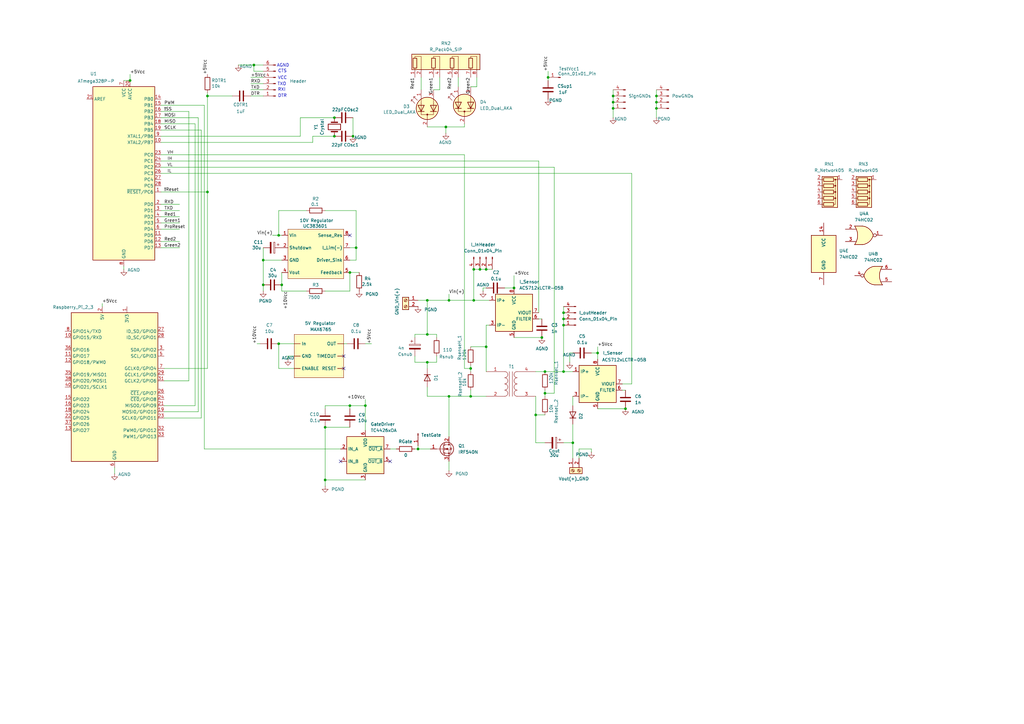
<source format=kicad_sch>
(kicad_sch (version 20250114) (generator "eeschema") (generator_version "9.0")
  (paper "A3")
  (lib_symbols
    (symbol "74xx:74HC02" (pin_names (offset 1.016))
      (property "Reference" "U" (at 0 1.27 0))
      (property "Value" "74HC02" (at 0 -1.27 0))
      (symbol "74HC02_1_1"
        (pin input line (at -7.62 2.54 0) (length 4.318) (name "~") (number "2"))
        (pin input line (at -7.62 -2.54 0) (length 4.318) (name "~") (number "3"))
        (pin output inverted (at 7.62 0 180) (length 3.81) (name "~") (number "1"))
      )
      (symbol "74HC02_1_2"
        (pin input inverted (at -7.62 2.54 0) (length 3.81) (name "~") (number "2"))
        (pin input inverted (at -7.62 -2.54 0) (length 3.81) (name "~") (number "3"))
        (pin output line (at 7.62 0 180) (length 3.81) (name "~") (number "1"))
      )
      (symbol "74HC02_2_1"
        (pin input line (at -7.62 2.54 0) (length 4.318) (name "~") (number "5"))
        (pin input line (at -7.62 -2.54 0) (length 4.318) (name "~") (number "6"))
        (pin output inverted (at 7.62 0 180) (length 3.81) (name "~") (number "4"))
      )
      (symbol "74HC02_2_2"
        (pin input inverted (at -7.62 2.54 0) (length 3.81) (name "~") (number "5"))
        (pin input inverted (at -7.62 -2.54 0) (length 3.81) (name "~") (number "6"))
        (pin output line (at 7.62 0 180) (length 3.81) (name "~") (number "4"))
      )
      (symbol "74HC02_3_1"
        (pin input line (at -7.62 2.54 0) (length 4.318) (name "~") (number "8"))
        (pin input line (at -7.62 -2.54 0) (length 4.318) (name "~") (number "9"))
        (pin output inverted (at 7.62 0 180) (length 3.81) (name "~") (number "10"))
      )
      (symbol "74HC02_3_2"
        (pin input inverted (at -7.62 2.54 0) (length 3.81) (name "~") (number "8"))
        (pin input inverted (at -7.62 -2.54 0) (length 3.81) (name "~") (number "9"))
        (pin output line (at 7.62 0 180) (length 3.81) (name "~") (number "10"))
      )
      (symbol "74HC02_4_1"
        (pin input line (at -7.62 2.54 0) (length 4.318) (name "~") (number "11"))
        (pin input line (at -7.62 -2.54 0) (length 4.318) (name "~") (number "12"))
        (pin output inverted (at 7.62 0 180) (length 3.81) (name "~") (number "13"))
      )
      (symbol "74HC02_4_2"
        (pin input inverted (at -7.62 2.54 0) (length 3.81) (name "~") (number "11"))
        (pin input inverted (at -7.62 -2.54 0) (length 3.81) (name "~") (number "12"))
        (pin output line (at 7.62 0 180) (length 3.81) (name "~") (number "13"))
      )
      (symbol "74HC02_5_0"
        (pin power_in line (at 0 12.7 270) (length 5.08) (name "VCC") (number "14"))
        (pin power_in line (at 0 -12.7 90) (length 5.08) (name "GND") (number "7"))
      )
    )
    (symbol "Connector:Conn_01x01_Pin" (pin_names (offset 1.016) (hide yes))
      (property "Reference" "J" (at 0 2.54 0))
      (property "Value" "Conn_01x01_Pin" (at 0 -2.54 0))
      (symbol "Conn_01x01_Pin_1_1"
        (pin passive line (at 5.08 0 180) (length 3.81) (name "Pin_1") (number "1"))
      )
    )
    (symbol "Connector:Conn_01x04_Pin" (pin_names (offset 1.016) (hide yes))
      (property "Reference" "J" (at 0 5.08 0))
      (property "Value" "Conn_01x04_Pin" (at 0 -7.62 0))
      (symbol "Conn_01x04_Pin_1_1"
        (pin passive line (at 5.08 2.54 180) (length 3.81) (name "Pin_1") (number "1"))
        (pin passive line (at 5.08 0 180) (length 3.81) (name "Pin_2") (number "2"))
        (pin passive line (at 5.08 -2.54 180) (length 3.81) (name "Pin_3") (number "3"))
        (pin passive line (at 5.08 -5.08 180) (length 3.81) (name "Pin_4") (number "4"))
      )
    )
    (symbol "Connector:Raspberry_Pi_2_3"
      (property "Reference" "J" (at -17.78 31.75 0))
      (property "Value" "Raspberry_Pi_2_3" (at 10.16 -31.75 0))
      (symbol "Raspberry_Pi_2_3_1_1"
        (pin bidirectional line (at -20.32 22.86 0) (length 2.54) (name "GPIO14/TXD") (number "8"))
        (pin bidirectional line (at -20.32 20.32 0) (length 2.54) (name "GPIO15/RXD") (number "10"))
        (pin bidirectional line (at -20.32 15.24 0) (length 2.54) (name "GPIO16") (number "36"))
        (pin bidirectional line (at -20.32 12.7 0) (length 2.54) (name "GPIO17") (number "11"))
        (pin bidirectional line (at -20.32 10.16 0) (length 2.54) (name "GPIO18/PWM0") (number "12"))
        (pin bidirectional line (at -20.32 5.08 0) (length 2.54) (name "GPIO19/MISO1") (number "35"))
        (pin bidirectional line (at -20.32 2.54 0) (length 2.54) (name "GPIO20/MOSI1") (number "38"))
        (pin bidirectional line (at -20.32 0 0) (length 2.54) (name "GPIO21/SCLK1") (number "40"))
        (pin bidirectional line (at -20.32 -5.08 0) (length 2.54) (name "GPIO22") (number "15"))
        (pin bidirectional line (at -20.32 -7.62 0) (length 2.54) (name "GPIO23") (number "16"))
        (pin bidirectional line (at -20.32 -10.16 0) (length 2.54) (name "GPIO24") (number "18"))
        (pin bidirectional line (at -20.32 -12.7 0) (length 2.54) (name "GPIO25") (number "22"))
        (pin bidirectional line (at -20.32 -15.24 0) (length 2.54) (name "GPIO26") (number "37"))
        (pin bidirectional line (at -20.32 -17.78 0) (length 2.54) (name "GPIO27") (number "13"))
        (pin power_in line (at -5.08 33.02 270) (length 2.54) (name "5V") (number "2"))
        (pin passive line (at -5.08 33.02 270) (length 2.54) (hide yes) (name "5V") (number "4"))
        (pin passive line (at 0 -33.02 90) (length 2.54) (hide yes) (name "GND") (number "14"))
        (pin passive line (at 0 -33.02 90) (length 2.54) (hide yes) (name "GND") (number "20"))
        (pin passive line (at 0 -33.02 90) (length 2.54) (hide yes) (name "GND") (number "25"))
        (pin passive line (at 0 -33.02 90) (length 2.54) (hide yes) (name "GND") (number "30"))
        (pin passive line (at 0 -33.02 90) (length 2.54) (hide yes) (name "GND") (number "34"))
        (pin passive line (at 0 -33.02 90) (length 2.54) (hide yes) (name "GND") (number "39"))
        (pin power_in line (at 0 -33.02 90) (length 2.54) (name "GND") (number "6"))
        (pin passive line (at 0 -33.02 90) (length 2.54) (hide yes) (name "GND") (number "9"))
        (pin power_in line (at 5.08 33.02 270) (length 2.54) (name "3V3") (number "1"))
        (pin passive line (at 5.08 33.02 270) (length 2.54) (hide yes) (name "3V3") (number "17"))
        (pin bidirectional line (at 20.32 22.86 180) (length 2.54) (name "ID_SD/GPIO0") (number "27"))
        (pin bidirectional line (at 20.32 20.32 180) (length 2.54) (name "ID_SC/GPIO1") (number "28"))
        (pin bidirectional line (at 20.32 15.24 180) (length 2.54) (name "SDA/GPIO2") (number "3"))
        (pin bidirectional line (at 20.32 12.7 180) (length 2.54) (name "SCL/GPIO3") (number "5"))
        (pin bidirectional line (at 20.32 7.62 180) (length 2.54) (name "GCLK0/GPIO4") (number "7"))
        (pin bidirectional line (at 20.32 5.08 180) (length 2.54) (name "GCLK1/GPIO5") (number "29"))
        (pin bidirectional line (at 20.32 2.54 180) (length 2.54) (name "GCLK2/GPIO6") (number "31"))
        (pin bidirectional line (at 20.32 -2.54 180) (length 2.54) (name "~{CE1}/GPIO7") (number "26"))
        (pin bidirectional line (at 20.32 -5.08 180) (length 2.54) (name "~{CE0}/GPIO8") (number "24"))
        (pin bidirectional line (at 20.32 -7.62 180) (length 2.54) (name "MISO0/GPIO9") (number "21"))
        (pin bidirectional line (at 20.32 -10.16 180) (length 2.54) (name "MOSI0/GPIO10") (number "19"))
        (pin bidirectional line (at 20.32 -12.7 180) (length 2.54) (name "SCLK0/GPIO11") (number "23"))
        (pin bidirectional line (at 20.32 -17.78 180) (length 2.54) (name "PWM0/GPIO12") (number "32"))
        (pin bidirectional line (at 20.32 -20.32 180) (length 2.54) (name "PWM1/GPIO13") (number "33"))
      )
    )
    (symbol "Connector:Screw_Terminal_01x02" (pin_names (offset 1.016) (hide yes))
      (property "Reference" "J" (at 0 2.54 0))
      (property "Value" "Screw_Terminal_01x02" (at 0 -5.08 0))
      (symbol "Screw_Terminal_01x02_1_1"
        (pin passive line (at -5.08 0 0) (length 3.81) (name "Pin_1") (number "1"))
        (pin passive line (at -5.08 -2.54 0) (length 3.81) (name "Pin_2") (number "2"))
      )
    )
    (symbol "Device:C" (pin_numbers (hide yes)) (pin_names (offset 0.254))
      (property "Reference" "C" (at 0.635 2.54 0))
      (property "Value" "C" (at 0.635 -2.54 0))
      (symbol "C_1_1"
        (pin passive line (at 0 3.81 270) (length 2.794) (name "~") (number "1"))
        (pin passive line (at 0 -3.81 90) (length 2.794) (name "~") (number "2"))
      )
    )
    (symbol "Device:C_Polarized" (pin_numbers (hide yes)) (pin_names (offset 0.254))
      (property "Reference" "C" (at 0.635 2.54 0))
      (property "Value" "C_Polarized" (at 0.635 -2.54 0))
      (symbol "C_Polarized_1_1"
        (pin passive line (at 0 3.81 270) (length 2.794) (name "~") (number "1"))
        (pin passive line (at 0 -3.81 90) (length 2.794) (name "~") (number "2"))
      )
    )
    (symbol "Device:D" (pin_numbers (hide yes)) (pin_names (offset 1.016) (hide yes))
      (property "Reference" "D" (at 0 2.54 0))
      (property "Value" "D" (at 0 -2.54 0))
      (symbol "D_1_1"
        (pin passive line (at -3.81 0 0) (length 2.54) (name "K") (number "1"))
        (pin passive line (at 3.81 0 180) (length 2.54) (name "A") (number "2"))
      )
    )
    (symbol "Device:LED_Dual_AKA" (pin_names (offset 0) (hide yes))
      (property "Reference" "D" (at 0 5.715 0))
      (property "Value" "LED_Dual_AKA" (at 0 -6.35 0))
      (symbol "LED_Dual_AKA_1_1"
        (pin input line (at -7.62 0 0) (length 3.048) (name "K") (number "2"))
        (pin input line (at 7.62 2.54 180) (length 3.81) (name "A1") (number "1"))
        (pin input line (at 7.62 -2.54 180) (length 3.81) (name "A2") (number "3"))
      )
    )
    (symbol "Device:R" (pin_numbers (hide yes)) (pin_names (offset 0))
      (property "Reference" "R" (at 2.032 0 90))
      (property "Value" "R" (at 0 0 90))
      (symbol "R_1_1"
        (pin passive line (at 0 3.81 270) (length 1.27) (name "~") (number "1"))
        (pin passive line (at 0 -3.81 90) (length 1.27) (name "~") (number "2"))
      )
    )
    (symbol "Device:R_Network05" (pin_names (offset 0) (hide yes))
      (property "Reference" "RN" (at -7.62 0 90))
      (property "Value" "R_Network05" (at 7.62 0 90))
      (symbol "R_Network05_1_1"
        (pin passive line (at -5.08 5.08 270) (length 2.54) (name "common") (number "1"))
        (pin passive line (at -5.08 -5.08 90) (length 1.27) (name "R1") (number "2"))
        (pin passive line (at -2.54 -5.08 90) (length 1.27) (name "R2") (number "3"))
        (pin passive line (at 0 -5.08 90) (length 1.27) (name "R3") (number "4"))
        (pin passive line (at 2.54 -5.08 90) (length 1.27) (name "R4") (number "5"))
        (pin passive line (at 5.08 -5.08 90) (length 1.27) (name "R5") (number "6"))
      )
    )
    (symbol "Device:R_Pack04_SIP" (pin_names (offset 0) (hide yes))
      (property "Reference" "RN" (at -15.24 0 90))
      (property "Value" "R_Pack04_SIP" (at 15.24 0 90))
      (symbol "R_Pack04_SIP_1_1"
        (pin passive line (at -12.7 -5.08 90) (length 3.81) (name "R1.1") (number "1"))
        (pin passive line (at -10.16 -5.08 90) (length 3.81) (name "R1.2") (number "2"))
        (pin passive line (at -5.08 -5.08 90) (length 3.81) (name "R2.1") (number "3"))
        (pin passive line (at -2.54 -5.08 90) (length 3.81) (name "R2.2") (number "4"))
        (pin passive line (at 2.54 -5.08 90) (length 3.81) (name "R3.1") (number "5"))
        (pin passive line (at 5.08 -5.08 90) (length 3.81) (name "R3.2") (number "6"))
        (pin passive line (at 10.16 -5.08 90) (length 3.81) (name "R4.1") (number "7"))
        (pin passive line (at 12.7 -5.08 90) (length 3.81) (name "R4.2") (number "8"))
      )
    )
    (symbol "Device:Transformer_1P_1S" (pin_names (offset 1.016) (hide yes))
      (property "Reference" "T" (at 0 6.35 0))
      (property "Value" "Transformer_1P_1S" (at 0 -7.62 0))
      (symbol "Transformer_1P_1S_1_1"
        (pin passive line (at -10.16 5.08 0) (length 7.62) (name "AA") (number "1"))
        (pin passive line (at -10.16 -5.08 0) (length 7.62) (name "AB") (number "2"))
        (pin passive line (at 10.16 5.08 180) (length 7.62) (name "SB") (number "4"))
        (pin passive line (at 10.16 -5.08 180) (length 7.62) (name "SA") (number "3"))
      )
    )
    (symbol "Driver_FET:TC4426xOA"
      (property "Reference" "U" (at -7.62 8.89 0))
      (property "Value" "TC4426xOA" (at 1.27 8.89 0))
      (symbol "TC4426xOA_1_1"
        (pin input line (at -10.16 2.54 0) (length 2.54) (name "IN_A") (number "2"))
        (pin input line (at -10.16 -2.54 0) (length 2.54) (name "IN_B") (number "4"))
        (pin no_connect line (at -7.62 0 0) (length 2.54) (hide yes) (name "NC") (number "1"))
        (pin power_in line (at 0 10.16 270) (length 2.54) (name "VDD") (number "6"))
        (pin power_in line (at 0 -10.16 90) (length 2.54) (name "GND") (number "3"))
        (pin no_connect line (at 7.62 0 180) (length 2.54) (hide yes) (name "NC") (number "8"))
        (pin output line (at 10.16 2.54 180) (length 2.54) (name "~{OUT_A}") (number "7"))
        (pin output line (at 10.16 -2.54 180) (length 2.54) (name "~{OUT_B}") (number "5"))
      )
    )
    (symbol "MCU_Microchip_ATmega:ATmega328P-P"
      (property "Reference" "U" (at -12.7 36.83 0))
      (property "Value" "ATmega328P-P" (at 2.54 -36.83 0))
      (symbol "ATmega328P-P_1_1"
        (pin passive line (at -15.24 30.48 0) (length 2.54) (name "AREF") (number "21"))
        (pin power_in line (at 0 38.1 270) (length 2.54) (name "VCC") (number "7"))
        (pin passive line (at 0 -38.1 90) (length 2.54) (hide yes) (name "GND") (number "22"))
        (pin power_in line (at 0 -38.1 90) (length 2.54) (name "GND") (number "8"))
        (pin power_in line (at 2.54 38.1 270) (length 2.54) (name "AVCC") (number "20"))
        (pin bidirectional line (at 15.24 30.48 180) (length 2.54) (name "PB0") (number "14"))
        (pin bidirectional line (at 15.24 27.94 180) (length 2.54) (name "PB1") (number "15"))
        (pin bidirectional line (at 15.24 25.4 180) (length 2.54) (name "PB2") (number "16"))
        (pin bidirectional line (at 15.24 22.86 180) (length 2.54) (name "PB3") (number "17"))
        (pin bidirectional line (at 15.24 20.32 180) (length 2.54) (name "PB4") (number "18"))
        (pin bidirectional line (at 15.24 17.78 180) (length 2.54) (name "PB5") (number "19"))
        (pin bidirectional line (at 15.24 15.24 180) (length 2.54) (name "XTAL1/PB6") (number "9"))
        (pin bidirectional line (at 15.24 12.7 180) (length 2.54) (name "XTAL2/PB7") (number "10"))
        (pin bidirectional line (at 15.24 7.62 180) (length 2.54) (name "PC0") (number "23"))
        (pin bidirectional line (at 15.24 5.08 180) (length 2.54) (name "PC1") (number "24"))
        (pin bidirectional line (at 15.24 2.54 180) (length 2.54) (name "PC2") (number "25"))
        (pin bidirectional line (at 15.24 0 180) (length 2.54) (name "PC3") (number "26"))
        (pin bidirectional line (at 15.24 -2.54 180) (length 2.54) (name "PC4") (number "27"))
        (pin bidirectional line (at 15.24 -5.08 180) (length 2.54) (name "PC5") (number "28"))
        (pin bidirectional line (at 15.24 -7.62 180) (length 2.54) (name "~{RESET}/PC6") (number "1"))
        (pin bidirectional line (at 15.24 -12.7 180) (length 2.54) (name "PD0") (number "2"))
        (pin bidirectional line (at 15.24 -15.24 180) (length 2.54) (name "PD1") (number "3"))
        (pin bidirectional line (at 15.24 -17.78 180) (length 2.54) (name "PD2") (number "4"))
        (pin bidirectional line (at 15.24 -20.32 180) (length 2.54) (name "PD3") (number "5"))
        (pin bidirectional line (at 15.24 -22.86 180) (length 2.54) (name "PD4") (number "6"))
        (pin bidirectional line (at 15.24 -25.4 180) (length 2.54) (name "PD5") (number "11"))
        (pin bidirectional line (at 15.24 -27.94 180) (length 2.54) (name "PD6") (number "12"))
        (pin bidirectional line (at 15.24 -30.48 180) (length 2.54) (name "PD7") (number "13"))
      )
    )
    (symbol "New_Library:MAX6765"
      (property "Reference" "MAX6765" (at 0 0 0))
      (symbol "MAX6765_1_1"
        (pin input line (at -10.16 -5.08 0) (length 2.54) (name "In") (number ""))
        (pin input line (at -10.16 -10.16 0) (length 2.54) (name "GND") (number ""))
        (pin input line (at -10.16 -15.24 0) (length 2.54) (name "ENABLE") (number ""))
        (pin input line (at 10.16 -5.08 180) (length 2.54) (name "OUT") (number ""))
        (pin input line (at 10.16 -10.16 180) (length 2.54) (name "TIMEOUT") (number ""))
        (pin input line (at 10.16 -15.24 180) (length 2.54) (name "RESET") (number ""))
      )
    )
    (symbol "Regulator:UC2836D"
      (property "Reference" "UC2836D" (at 0 0 0))
      (symbol "UC2836D_1_1"
        (pin input line (at -13.97 -3.81 0) (length 2.54) (name "Vin") (number "1"))
        (pin input line (at -13.97 -8.89 0) (length 2.54) (name "Shutdown") (number "2"))
        (pin output line (at -13.97 -13.97 0) (length 2.54) (name "GND") (number "3"))
        (pin output line (at -13.97 -19.05 0) (length 2.54) (name "Vout") (number "4"))
        (pin unspecified line (at 13.97 -3.81 180) (length 2.54) (name "Sense_Res") (number "8"))
        (pin output line (at 13.97 -8.89 180) (length 2.54) (name "I_Lim(-)") (number "7"))
        (pin input line (at 13.97 -13.97 180) (length 2.54) (name "Driver_Sink") (number "6"))
        (pin input line (at 13.97 -19.05 180) (length 2.54) (name "Feedback") (number "5"))
      )
    )
    (symbol "Sensor_Current:ACS712xLCTR-05B"
      (property "Reference" "U" (at 2.54 11.43 0))
      (property "Value" "ACS712xLCTR-05B" (at 2.54 8.89 0))
      (symbol "ACS712xLCTR-05B_1_1"
        (pin passive line (at -10.16 5.08 0) (length 2.54) (name "IP+") (number "1"))
        (pin passive line (at -10.16 5.08 0) (length 2.54) (hide yes) (name "IP+") (number "2"))
        (pin passive line (at -10.16 -5.08 0) (length 2.54) (name "IP-") (number "3"))
        (pin passive line (at -10.16 -5.08 0) (length 2.54) (hide yes) (name "IP-") (number "4"))
        (pin power_in line (at 0 10.16 270) (length 2.54) (name "VCC") (number "8"))
        (pin power_in line (at 0 -10.16 90) (length 2.54) (name "GND") (number "5"))
        (pin output line (at 10.16 0 180) (length 2.54) (name "VIOUT") (number "7"))
        (pin passive line (at 10.16 -2.54 180) (length 2.54) (name "FILTER") (number "6"))
      )
    )
    (symbol "Transistor_FET:IRF540N" (pin_names (hide yes))
      (property "Reference" "Q" (at 5.08 1.905 0))
      (property "Value" "IRF540N" (at 5.08 0 0))
      (symbol "IRF540N_1_1"
        (pin input line (at -5.08 0 0) (length 2.54) (name "G") (number "1"))
        (pin passive line (at 2.54 5.08 270) (length 2.54) (name "D") (number "2"))
        (pin passive line (at 2.54 -5.08 90) (length 2.54) (name "S") (number "3"))
      )
    )
    (symbol "Xtal_16MHz:Crystal" (pin_numbers (hide yes)) (pin_names (offset 1.016) (hide yes))
      (property "Reference" "Y" (at 0 3.81 0))
      (property "Value" "Crystal" (at 0 -3.81 0))
      (symbol "Crystal_1_1"
        (pin passive line (at -3.81 0 0) (length 1.27) (name "1") (number "1"))
        (pin passive line (at 3.81 0 180) (length 1.27) (name "2") (number "2"))
      )
    )
    (symbol "conn_01x06_male:Conn_01x06_Male" (pin_names (offset 1.016) (hide yes))
      (property "Reference" "HeaderFTDI1" (at -6.35 -1.524 0))
      (property "Value" "Conn_01x06_Male" (at -6.35 -3.8354 0))
      (symbol "Conn_01x06_Male_1_1"
        (pin passive line (at 5.08 5.08 180) (length 3.81) (name "Pin_1") (number "1"))
        (pin passive line (at 5.08 2.54 180) (length 3.81) (name "Pin_2") (number "2"))
        (pin passive line (at 5.08 0 180) (length 3.81) (name "Pin_3") (number "3"))
        (pin passive line (at 5.08 -2.54 180) (length 3.81) (name "Pin_4") (number "4"))
        (pin passive line (at 5.08 -5.08 180) (length 3.81) (name "Pin_5") (number "5"))
        (pin passive line (at 5.08 -7.62 180) (length 3.81) (name "Pin_6") (number "6"))
      )
    )
    (symbol "power:GND" (power) (pin_numbers (hide yes)) (pin_names (offset 0) (hide yes))
      (property "Value" "GND" (at 0 -3.81 0))
      (symbol "GND_1_1"
        (pin power_in line (at 0 0 270) (length 0) (name "~") (number "1"))
      )
    )
  )
  (text "VCC" (at 115.824 32.004 0) (effects (font (size 1.27 1.27))))
  (text "CTS\n" (at 115.824 29.21 0) (effects (font (size 1.27 1.27))))
  (text "TXO\n\n" (at 115.57 35.56 0) (effects (font (size 1.27 1.27))))
  (text "DTR\n" (at 115.824 39.37 0) (effects (font (size 1.27 1.27))))
  (text "RXI\n" (at 115.57 36.83 0) (effects (font (size 1.27 1.27))))
  (text "AGND\n\n" (at 116.078 27.94 0) (effects (font (size 1.27 1.27))))
  (junction (at 175.26 123.19))
  (junction (at 231.14 130.81))
  (junction (at 133.35 175.26))
  (junction (at 269.24 41.91))
  (junction (at 149.86 166.37))
  (junction (at 199.39 110.49))
  (junction (at 143.51 166.37))
  (junction (at 194.31 123.19))
  (junction (at 251.46 39.37))
  (junction (at 175.26 137.16))
  (junction (at 210.82 118.11))
  (junction (at 251.46 41.91))
  (junction (at 196.85 110.49))
  (junction (at 231.14 128.27))
  (junction (at 193.04 151.13))
  (junction (at 182.88 52.07))
  (junction (at 104.14 26.67))
  (junction (at 224.79 31.75))
  (junction (at 245.11 144.78))
  (junction (at 234.95 181.61))
  (junction (at 144.78 55.88))
  (junction (at 115.57 116.84))
  (junction (at 114.3 140.97))
  (junction (at 231.14 152.4))
  (junction (at 171.45 184.15))
  (junction (at 107.95 106.68))
  (junction (at 251.46 44.45))
  (junction (at 231.14 133.35))
  (junction (at 269.24 44.45))
  (junction (at 223.52 161.29))
  (junction (at 175.26 148.59))
  (junction (at 143.51 111.76))
  (junction (at 193.04 162.56))
  (junction (at 85.09 39.37))
  (junction (at 184.15 123.19))
  (junction (at 184.15 162.56))
  (junction (at 194.31 110.49))
  (junction (at 223.52 152.4))
  (junction (at 269.24 39.37))
  (junction (at 107.95 116.84))
  (junction (at 256.54 167.64))
  (junction (at 222.25 138.43))
  (junction (at 146.05 101.6))
  (junction (at 114.3 96.52))
  (junction (at 85.09 78.74))
  (junction (at 53.34 33.02))
  (junction (at 199.39 142.24))
  (junction (at 137.16 55.88))
  (junction (at 137.16 48.26))
  (junction (at 133.35 196.85))
  (junction (at 219.71 170.18))
  (no_connect (at 140.97 151.13))
  (no_connect (at 143.51 96.52))
  (no_connect (at 140.97 146.05))
  (no_connect (at 139.7 189.23))
  (no_connect (at 160.02 189.23))
  (wire (pts (xy 80.01 166.37) (xy 80.01 50.8)))
  (wire (pts (xy 231.14 133.35) (xy 231.14 152.4)))
  (wire (pts (xy 67.31 166.37) (xy 80.01 166.37)))
  (wire (pts (xy 146.05 106.68) (xy 146.05 101.6)))
  (wire (pts (xy 123.19 55.88) (xy 66.04 55.88)))
  (wire (pts (xy 234.95 162.56) (xy 234.95 166.37)))
  (wire (pts (xy 111.76 96.52) (xy 114.3 96.52)))
  (wire (pts (xy 219.71 170.18) (xy 223.52 170.18)))
  (wire (pts (xy 194.31 110.49) (xy 196.85 110.49)))
  (wire (pts (xy 193.04 142.24) (xy 199.39 142.24)))
  (wire (pts (xy 46.99 191.77) (xy 46.99 194.31)))
  (wire (pts (xy 219.71 162.56) (xy 219.71 170.18)))
  (wire (pts (xy 223.52 152.4) (xy 231.14 152.4)))
  (wire (pts (xy 219.71 170.18) (xy 219.71 181.61)))
  (wire (pts (xy 77.47 156.21) (xy 77.47 45.72)))
  (wire (pts (xy 199.39 118.11) (xy 198.12 118.11)))
  (wire (pts (xy 190.5 151.13) (xy 193.04 151.13)))
  (wire (pts (xy 222.25 130.81) (xy 220.98 130.81)))
  (wire (pts (xy 128.27 55.88) (xy 128.27 58.42)))
  (wire (pts (xy 231.14 130.81) (xy 231.14 133.35)))
  (wire (pts (xy 179.07 148.59) (xy 179.07 146.05)))
  (wire (pts (xy 133.35 175.26) (xy 133.35 196.85)))
  (wire (pts (xy 199.39 162.56) (xy 193.04 162.56)))
  (wire (pts (xy 85.09 78.74) (xy 85.09 39.37)))
  (wire (pts (xy 102.87 34.29) (xy 107.95 34.29)))
  (wire (pts (xy 251.46 36.83) (xy 251.46 39.37)))
  (wire (pts (xy 133.35 86.36) (xy 146.05 86.36)))
  (wire (pts (xy 83.82 43.18) (xy 83.82 184.15)))
  (wire (pts (xy 207.01 118.11) (xy 210.82 118.11)))
  (wire (pts (xy 182.88 52.07) (xy 190.5 52.07)))
  (wire (pts (xy 67.31 171.45) (xy 82.55 171.45)))
  (wire (pts (xy 259.08 71.12) (xy 259.08 157.48)))
  (wire (pts (xy 118.11 146.05) (xy 120.65 146.05)))
  (wire (pts (xy 245.11 144.78) (xy 245.11 147.32)))
  (wire (pts (xy 105.41 140.97) (xy 106.68 140.97)))
  (wire (pts (xy 175.26 52.07) (xy 182.88 52.07)))
  (wire (pts (xy 180.34 31.75) (xy 180.34 36.83)))
  (wire (pts (xy 160.02 184.15) (xy 162.56 184.15)))
  (wire (pts (xy 133.35 119.38) (xy 143.51 119.38)))
  (wire (pts (xy 85.09 39.37) (xy 95.25 39.37)))
  (wire (pts (xy 82.55 171.45) (xy 82.55 53.34)))
  (wire (pts (xy 104.14 26.67) (xy 107.95 26.67)))
  (wire (pts (xy 231.14 125.73) (xy 231.14 128.27)))
  (wire (pts (xy 66.04 83.82) (xy 73.66 83.82)))
  (wire (pts (xy 172.72 31.75) (xy 172.72 36.83)))
  (wire (pts (xy 233.68 144.78) (xy 233.68 148.59)))
  (wire (pts (xy 187.96 31.75) (xy 187.96 35.56)))
  (wire (pts (xy 179.07 138.43) (xy 179.07 137.16)))
  (wire (pts (xy 143.51 119.38) (xy 143.51 111.76)))
  (wire (pts (xy 175.26 162.56) (xy 175.26 158.75)))
  (wire (pts (xy 114.3 151.13) (xy 120.65 151.13)))
  (wire (pts (xy 149.86 166.37) (xy 149.86 176.53)))
  (wire (pts (xy 66.04 93.98) (xy 73.66 93.98)))
  (wire (pts (xy 144.78 48.26) (xy 144.78 55.88)))
  (wire (pts (xy 80.01 50.8) (xy 66.04 50.8)))
  (wire (pts (xy 50.8 33.02) (xy 53.34 33.02)))
  (wire (pts (xy 149.86 140.97) (xy 152.4 140.97)))
  (wire (pts (xy 210.82 113.03) (xy 210.82 118.11)))
  (wire (pts (xy 133.35 196.85) (xy 149.86 196.85)))
  (wire (pts (xy 149.86 166.37) (xy 149.86 163.83)))
  (wire (pts (xy 114.3 96.52) (xy 115.57 96.52)))
  (wire (pts (xy 170.18 146.05) (xy 170.18 148.59)))
  (wire (pts (xy 194.31 123.19) (xy 200.66 123.19)))
  (wire (pts (xy 53.34 30.48) (xy 53.34 33.02)))
  (wire (pts (xy 195.58 31.75) (xy 195.58 35.56)))
  (wire (pts (xy 184.15 120.65) (xy 184.15 123.19)))
  (wire (pts (xy 184.15 162.56) (xy 184.15 179.07)))
  (wire (pts (xy 171.45 184.15) (xy 176.53 184.15)))
  (wire (pts (xy 220.98 66.04) (xy 66.04 66.04)))
  (wire (pts (xy 196.85 110.49) (xy 199.39 110.49)))
  (wire (pts (xy 115.57 119.38) (xy 125.73 119.38)))
  (wire (pts (xy 107.95 106.68) (xy 115.57 106.68)))
  (wire (pts (xy 66.04 68.58) (xy 227.33 68.58)))
  (wire (pts (xy 170.18 184.15) (xy 171.45 184.15)))
  (wire (pts (xy 231.14 128.27) (xy 231.14 130.81)))
  (wire (pts (xy 133.35 175.26) (xy 143.51 175.26)))
  (wire (pts (xy 234.95 144.78) (xy 233.68 144.78)))
  (wire (pts (xy 128.27 55.88) (xy 137.16 55.88)))
  (wire (pts (xy 224.79 31.75) (xy 224.79 33.02)))
  (wire (pts (xy 193.04 151.13) (xy 193.04 152.4)))
  (wire (pts (xy 83.82 184.15) (xy 139.7 184.15)))
  (wire (pts (xy 199.39 110.49) (xy 201.93 110.49)))
  (wire (pts (xy 171.45 182.88) (xy 171.45 184.15)))
  (wire (pts (xy 193.04 162.56) (xy 184.15 162.56)))
  (wire (pts (xy 85.09 38.1) (xy 85.09 39.37)))
  (wire (pts (xy 114.3 86.36) (xy 125.73 86.36)))
  (wire (pts (xy 146.05 101.6) (xy 143.51 101.6)))
  (wire (pts (xy 237.49 184.15) (xy 242.57 184.15)))
  (wire (pts (xy 177.8 36.83) (xy 180.34 36.83)))
  (wire (pts (xy 182.88 52.07) (xy 182.88 54.61)))
  (wire (pts (xy 199.39 142.24) (xy 199.39 152.4)))
  (wire (pts (xy 175.26 137.16) (xy 175.26 123.19)))
  (wire (pts (xy 269.24 36.83) (xy 269.24 39.37)))
  (wire (pts (xy 114.3 96.52) (xy 114.3 86.36)))
  (wire (pts (xy 224.79 29.21) (xy 224.79 31.75)))
  (wire (pts (xy 184.15 123.19) (xy 194.31 123.19)))
  (wire (pts (xy 234.95 181.61) (xy 234.95 173.99)))
  (wire (pts (xy 133.35 167.64) (xy 133.35 166.37)))
  (wire (pts (xy 66.04 86.36) (xy 73.66 86.36)))
  (wire (pts (xy 245.11 142.24) (xy 245.11 144.78)))
  (wire (pts (xy 66.04 78.74) (xy 85.09 78.74)))
  (wire (pts (xy 193.04 35.56) (xy 195.58 35.56)))
  (wire (pts (xy 255.27 157.48) (xy 259.08 157.48)))
  (wire (pts (xy 123.19 48.26) (xy 137.16 48.26)))
  (wire (pts (xy 175.26 151.13) (xy 175.26 148.59)))
  (wire (pts (xy 256.54 160.02) (xy 255.27 160.02)))
  (wire (pts (xy 41.91 124.46) (xy 41.91 125.73)))
  (wire (pts (xy 219.71 181.61) (xy 223.52 181.61)))
  (wire (pts (xy 140.97 140.97) (xy 142.24 140.97)))
  (wire (pts (xy 269.24 39.37) (xy 269.24 41.91)))
  (wire (pts (xy 245.11 167.64) (xy 256.54 167.64)))
  (wire (pts (xy 198.12 118.11) (xy 198.12 119.38)))
  (wire (pts (xy 193.04 149.86) (xy 193.04 151.13)))
  (wire (pts (xy 227.33 161.29) (xy 223.52 161.29)))
  (wire (pts (xy 97.79 26.67) (xy 104.14 26.67)))
  (wire (pts (xy 170.18 148.59) (xy 175.26 148.59)))
  (wire (pts (xy 223.52 161.29) (xy 223.52 160.02)))
  (wire (pts (xy 67.31 168.91) (xy 81.28 168.91)))
  (wire (pts (xy 175.26 162.56) (xy 184.15 162.56)))
  (wire (pts (xy 190.5 52.07) (xy 190.5 50.8)))
  (wire (pts (xy 237.49 184.15) (xy 237.49 187.96)))
  (wire (pts (xy 66.04 91.44) (xy 73.66 91.44)))
  (wire (pts (xy 102.87 31.75) (xy 107.95 31.75)))
  (wire (pts (xy 231.14 181.61) (xy 234.95 181.61)))
  (wire (pts (xy 231.14 152.4) (xy 234.95 152.4)))
  (wire (pts (xy 66.04 63.5) (xy 190.5 63.5)))
  (wire (pts (xy 146.05 86.36) (xy 146.05 101.6)))
  (wire (pts (xy 133.35 166.37) (xy 143.51 166.37)))
  (wire (pts (xy 234.95 181.61) (xy 234.95 187.96)))
  (wire (pts (xy 102.87 36.83) (xy 107.95 36.83)))
  (wire (pts (xy 66.04 99.06) (xy 73.66 99.06)))
  (wire (pts (xy 107.95 101.6) (xy 107.95 106.68)))
  (wire (pts (xy 66.04 71.12) (xy 259.08 71.12)))
  (wire (pts (xy 143.51 106.68) (xy 146.05 106.68)))
  (wire (pts (xy 66.04 88.9) (xy 73.66 88.9)))
  (wire (pts (xy 66.04 45.72) (xy 77.47 45.72)))
  (wire (pts (xy 251.46 44.45) (xy 251.46 48.26)))
  (wire (pts (xy 171.45 123.19) (xy 175.26 123.19)))
  (wire (pts (xy 251.46 39.37) (xy 251.46 41.91)))
  (wire (pts (xy 170.18 137.16) (xy 175.26 137.16)))
  (wire (pts (xy 227.33 68.58) (xy 227.33 161.29)))
  (wire (pts (xy 269.24 41.91) (xy 269.24 44.45)))
  (wire (pts (xy 85.09 151.13) (xy 85.09 78.74)))
  (wire (pts (xy 143.51 111.76) (xy 147.32 111.76)))
  (wire (pts (xy 107.95 119.38) (xy 107.95 116.84)))
  (wire (pts (xy 123.19 48.26) (xy 123.19 55.88)))
  (wire (pts (xy 200.66 133.35) (xy 199.39 133.35)))
  (wire (pts (xy 175.26 123.19) (xy 184.15 123.19)))
  (wire (pts (xy 81.28 168.91) (xy 81.28 48.26)))
  (wire (pts (xy 170.18 138.43) (xy 170.18 137.16)))
  (wire (pts (xy 220.98 128.27) (xy 220.98 66.04)))
  (wire (pts (xy 104.14 26.67) (xy 104.14 29.21)))
  (wire (pts (xy 184.15 189.23) (xy 184.15 193.04)))
  (wire (pts (xy 219.71 152.4) (xy 223.52 152.4)))
  (wire (pts (xy 210.82 138.43) (xy 222.25 138.43)))
  (wire (pts (xy 81.28 48.26) (xy 66.04 48.26)))
  (wire (pts (xy 114.3 151.13) (xy 114.3 140.97)))
  (wire (pts (xy 115.57 111.76) (xy 115.57 116.84)))
  (wire (pts (xy 66.04 101.6) (xy 73.66 101.6)))
  (wire (pts (xy 190.5 63.5) (xy 190.5 151.13)))
  (wire (pts (xy 107.95 106.68) (xy 107.95 116.84)))
  (wire (pts (xy 149.86 166.37) (xy 143.51 166.37)))
  (wire (pts (xy 118.11 146.05) (xy 118.11 147.32)))
  (wire (pts (xy 77.47 156.21) (xy 67.31 156.21)))
  (wire (pts (xy 251.46 41.91) (xy 251.46 44.45)))
  (wire (pts (xy 107.95 29.21) (xy 104.14 29.21)))
  (wire (pts (xy 82.55 53.34) (xy 66.04 53.34)))
  (wire (pts (xy 115.57 116.84) (xy 115.57 119.38)))
  (wire (pts (xy 133.35 196.85) (xy 133.35 199.39)))
  (wire (pts (xy 128.27 58.42) (xy 66.04 58.42)))
  (wire (pts (xy 120.65 140.97) (xy 114.3 140.97)))
  (wire (pts (xy 175.26 137.16) (xy 179.07 137.16)))
  (wire (pts (xy 223.52 162.56) (xy 223.52 161.29)))
  (wire (pts (xy 50.8 109.22) (xy 50.8 110.49)))
  (wire (pts (xy 66.04 43.18) (xy 83.82 43.18)))
  (wire (pts (xy 269.24 44.45) (xy 269.24 48.26)))
  (wire (pts (xy 67.31 151.13) (xy 85.09 151.13)))
  (wire (pts (xy 102.87 39.37) (xy 107.95 39.37)))
  (wire (pts (xy 199.39 133.35) (xy 199.39 142.24)))
  (wire (pts (xy 193.04 160.02) (xy 193.04 162.56)))
  (wire (pts (xy 242.57 144.78) (xy 245.11 144.78)))
  (wire (pts (xy 143.51 166.37) (xy 143.51 167.64)))
  (wire (pts (xy 242.57 184.15) (xy 242.57 185.42)))
  (wire (pts (xy 179.07 148.59) (xy 175.26 148.59)))
  (wire (pts (xy 194.31 110.49) (xy 194.31 123.19)))
  (label "Red2" (at 185.42 31.75 270))
  (label "+5Vcc" (at 85.09 30.48 90))
  (label "TXD" (at 67.31 86.36 0))
  (label "Green2" (at 193.04 31.75 270))
  (label "MISO" (at 67.31 50.8 0))
  (label "ProReset" (at 67.31 93.98 0))
  (label "Vin(+)" (at 111.76 96.52 180))
  (label "Vin(+)" (at 184.15 120.65 0))
  (label "VH" (at 68.58 63.5 0))
  (label "IH" (at 68.58 66.04 0))
  (label "Green2" (at 67.31 101.6 0))
  (label "RXD" (at 67.31 83.82 0))
  (label "+10Vcc" (at 118.11 119.38 270))
  (label "+5Vcc" (at 210.82 113.03 0))
  (label "Red2" (at 67.31 99.06 0))
  (label "Green1" (at 177.8 31.75 270))
  (label "RXD" (at 102.87 34.29 0))
  (label "+10Vcc" (at 149.86 163.83 180))
  (label "Green1" (at 67.31 91.44 0))
  (label "!SS" (at 67.31 45.72 0))
  (label "Red1" (at 67.31 88.9 0))
  (label "+5Vcc" (at 152.4 140.97 90))
  (label "TXD" (at 102.87 36.83 0))
  (label "!Reset" (at 67.31 78.74 0))
  (label "DTR" (at 102.87 39.37 0))
  (label "+5Vcc" (at 41.91 124.46 0))
  (label "+5Vcc" (at 102.87 31.75 0))
  (label "SCLK" (at 67.31 53.34 0))
  (label "VL" (at 68.58 68.58 0))
  (label "+10Vcc" (at 105.41 140.97 90))
  (label "+5Vcc" (at 224.79 29.21 90))
  (label "MOSI" (at 67.31 48.26 0))
  (label "Red1" (at 170.18 31.75 270))
  (label "IL" (at 68.58 71.12 0))
  (label "+5Vcc" (at 245.11 142.24 0))
  (label "PWM" (at 67.31 43.18 0))
  (label "+5Vcc" (at 53.34 30.48 0))
  (symbol (lib_id "power:GND") (at 242.57 185.42 0) (unit 1)
    (property "Reference" "#PWR021" (effects (hide yes)))
    (property "Value" "PGND" (at 238.76 186.436 0))
    (property "Description" "Power symbol creates a global label with name \"GND\" , ground" (effects (hide yes)))
  )
  (symbol (lib_id "74xx:74HC02") (at 354.33 96.52 0) (unit 1)
    (property "Reference" "U4" (at 354.33 87.63 0))
    (property "Value" "74HC02" (at 354.33 90.17 0))
    (property "Footprint" "Package_DIP:DIP-14_W7.62mm_LongPads" (effects (hide yes)))
    (property "Datasheet" "http://www.ti.com/lit/gpn/sn74hc02" (effects (hide yes)))
    (property "Description" "quad 2-input NOR gate" (effects (hide yes)))
  )
  (symbol (lib_id "power:GND") (at 256.54 167.64 0) (unit 1)
    (property "Reference" "#PWR06" (effects (hide yes)))
    (property "Value" "AGND" (at 259.08 168.9099 0) (effects (justify left)))
    (property "Description" "Power symbol creates a global label with name \"GND\" , ground" (effects (hide yes)))
  )
  (symbol (lib_id "power:GND") (at 222.25 138.43 0) (unit 1)
    (property "Reference" "#PWR04" (effects (hide yes)))
    (property "Value" "AGND" (at 219.71 143.002 0) (effects (justify left)))
    (property "Description" "Power symbol creates a global label with name \"GND\" , ground" (effects (hide yes)))
  )
  (symbol (lib_id "power:GND") (at 50.8 110.49 0) (unit 1)
    (property "Reference" "#PWR011" (effects (hide yes)))
    (property "Value" "AGND" (at 54.864 110.744 0))
    (property "Description" "Power symbol creates a global label with name \"GND\" , ground" (effects (hide yes)))
  )
  (symbol (lib_id "Device:R") (at 193.04 146.05 180) (unit 1)
    (property "Reference" "RsenseH_1" (at 188.468 137.414 90) (effects (justify left)))
    (property "Value" "120k" (at 190.5 143.002 90) (effects (justify left)))
    (property "Description" "Resistor" (effects (hide yes)))
  )
  (symbol (lib_id "power:GND") (at 182.88 54.61 0) (unit 1)
    (property "Reference" "#PWR08" (effects (hide yes)))
    (property "Value" "AGND" (at 182.626 58.42 0))
    (property "Description" "Power symbol creates a global label with name \"GND\" , ground" (effects (hide yes)))
  )
  (symbol (lib_id "Device:C") (at 146.05 140.97 90) (unit 1)
    (property "Reference" "C8" (at 146.05 133.35 90))
    (property "Value" "0.1u" (at 146.05 135.89 90))
    (property "Description" "Unpolarized capacitor" (effects (hide yes)))
  )
  (symbol (lib_id "Device:C") (at 140.97 48.26 270) (unit 1)
    (property "Reference" "COsc2" (at 140.97 44.958 90) (effects (justify left)))
    (property "Value" "22pF" (at 136.144 44.958 90) (effects (justify left)))
    (property "Footprint" "Capacitor_THT:C_Rect_L7.2mm_W3.5mm_P5.00mm_FKS2_FKP2_MKS2_MKP2" (effects (hide yes)))
  )
  (symbol (lib_id "Connector:Conn_01x01_Pin") (at 171.45 177.8 270) (unit 1)
    (property "Reference" "TestGate" (at 172.72 178.4349 90) (effects (justify left)))
    (property "Value" "Conn_01x01_Pin" (effects (hide yes)))
    (property "Footprint" "Connector_JST:JST_XH_B1B-XH-AM_1x01_P2.50mm_Vertical" (effects (hide yes)))
    (property "Description" "Generic connector, single row, 01x01, script generated" (effects (hide yes)))
  )
  (symbol (lib_id "Driver_FET:TC4426xOA") (at 149.86 186.69 0) (unit 1)
    (property "Reference" "GateDriver" (at 152.0033 173.99 0) (effects (justify left)))
    (property "Value" "TC4426xOA" (at 152.0033 176.53 0) (effects (justify left)))
    (property "Footprint" "Package_SO:SOIC-8_3.9x4.9mm_P1.27mm" (effects (hide yes)))
    (property "Datasheet" "https://ww1.microchip.com/downloads/en/DeviceDoc/20001422G.pdf" (effects (hide yes)))
    (property "Description" "1.5A Dual High-Speed Power MOSFET Drivers, 4.5...18V supply, TTL/CMOS compatible inputs, inverting drivers, SOIC-8" (effects (hide yes)))
  )
  (symbol (lib_id "power:GND") (at 224.79 40.64 0) (unit 1)
    (property "Reference" "#PWR015" (effects (hide yes)))
    (property "Value" "PGND" (at 227.838 41.148 0))
    (property "Description" "Power symbol creates a global label with name \"GND\" , ground" (effects (hide yes)))
  )
  (symbol (lib_id "power:GND") (at 97.79 26.67 0) (unit 1)
    (property "Reference" "#PWR016" (effects (hide yes)))
    (property "Value" "AGND" (at 100.838 27.178 0))
    (property "Description" "Power symbol creates a global label with name \"GND\" , ground" (effects (hide yes)))
  )
  (symbol (lib_id "Device:C") (at 99.06 39.37 90) (unit 1)
    (property "Reference" "CDTR1" (at 101.854 42.926 90) (effects (justify left)))
    (property "Value" "1uF" (at 100.584 45.72 90) (effects (justify left)))
    (property "Footprint" "Capacitor_THT:C_Rect_L7.2mm_W3.5mm_P5.00mm_FKS2_FKP2_MKS2_MKP2" (effects (hide yes)))
  )
  (symbol (lib_id "Sensor_Current:ACS712xLCTR-05B") (at 210.82 128.27 0) (unit 1)
    (property "Reference" "I_Sensor" (at 212.9633 115.57 0) (effects (justify left)))
    (property "Value" "ACS712xLCTR-05B" (at 212.9633 118.11 0) (effects (justify left)))
    (property "Footprint" "Package_SO:SOIC-8_3.9x4.9mm_P1.27mm" (effects (hide yes)))
    (property "Datasheet" "http://www.allegromicro.com/~/media/Files/Datasheets/ACS712-Datasheet.ashx?la=en" (effects (hide yes)))
    (property "Description" "±5A Bidirectional Hall-Effect Current Sensor, +5.0V supply, 185mV/A, SOIC-8" (effects (hide yes)))
  )
  (symbol (lib_id "Device:R_Network05") (at 354.33 78.74 270) (unit 1)
    (property "Reference" "RN3" (at 354.076 67.31 90))
    (property "Value" "R_Network05" (at 354.076 69.85 90))
    (property "Footprint" "Resistor_THT:R_Array_SIP6" (effects (hide yes)))
    (property "Datasheet" "http://www.vishay.com/docs/31509/csc.pdf" (effects (hide yes)))
    (property "Description" "5 resistor network, star topology, bussed resistors, small symbol" (effects (hide yes)))
  )
  (symbol (lib_id "Connector:Conn_01x04_Pin") (at 236.22 130.81 180) (unit 1)
    (property "Reference" "I_outHeader" (at 237.49 128.2699 0) (effects (justify right)))
    (property "Value" "Conn_01x04_Pin" (at 237.49 130.8099 0) (effects (justify right)))
    (property "Footprint" "Connector_PinHeader_2.54mm:PinHeader_1x04_P2.54mm_Vertical" (effects (hide yes)))
    (property "Description" "Generic connector, single row, 01x04, script generated" (effects (hide yes)))
  )
  (symbol (lib_id "Device:C") (at 222.25 134.62 180) (unit 1)
    (property "Reference" "C3" (at 226.06 133.3499 0) (effects (justify right)))
    (property "Value" "1n" (at 226.06 135.8899 0) (effects (justify right)))
    (property "Description" "Unpolarized capacitor" (effects (hide yes)))
  )
  (symbol (lib_id "power:GND") (at 171.45 125.73 0) (unit 1)
    (property "Reference" "#PWR018" (effects (hide yes)))
    (property "Value" "PGND" (at 173.99 126.9999 0) (effects (justify left)))
    (property "Description" "Power symbol creates a global label with name \"GND\" , ground" (effects (hide yes)))
  )
  (symbol (lib_id "Device:C") (at 111.76 116.84 270) (unit 1)
    (property "Reference" "C4" (at 112.014 110.744 90))
    (property "Value" "30u" (at 111.76 113.03 90))
    (property "Description" "Unpolarized capacitor" (effects (hide yes)))
  )
  (symbol (lib_id "Connector:Conn_01x04_Pin") (at 199.39 105.41 270) (unit 1)
    (property "Reference" "I_InHeader" (at 198.12 100.33 90))
    (property "Value" "Conn_01x04_Pin" (at 198.12 102.87 90))
    (property "Footprint" "Connector_PinHeader_2.54mm:PinHeader_1x04_P2.54mm_Vertical" (effects (hide yes)))
    (property "Description" "Generic connector, single row, 01x04, script generated" (effects (hide yes)))
  )
  (symbol (lib_id "power:GND") (at 118.11 147.32 0) (unit 1)
    (property "Reference" "#PWR09" (effects (hide yes)))
    (property "Value" "AGND" (at 118.11 146.812 0))
    (property "Description" "Power symbol creates a global label with name \"GND\" , ground" (effects (hide yes)))
  )
  (symbol (lib_id "Device:C_Polarized") (at 111.76 101.6 270) (unit 1)
    (property "Reference" "C11" (at 107.95 99.314 90) (effects (justify right)))
    (property "Value" "30u" (at 107.188 101.6 90) (effects (justify right)))
    (property "Description" "Polarized capacitor" (effects (hide yes)))
  )
  (symbol (lib_id "Device:C") (at 203.2 118.11 270) (unit 1)
    (property "Reference" "C2" (at 203.454 111.76 90))
    (property "Value" "0.1u" (at 203.454 114.3 90))
    (property "Description" "Unpolarized capacitor" (effects (hide yes)))
  )
  (symbol (lib_id "Device:D") (at 175.26 154.94 270) (unit 1)
    (property "Reference" "D1" (at 178.816 154.94 0))
    (property "Value" "D" (effects (hide yes)))
    (property "Description" "Diode" (effects (hide yes)))
    (property "Sim.Device" "D" (effects (hide yes)))
    (property "Sim.Pins" "1=K 2=A" (effects (hide yes)))
  )
  (symbol (lib_id "power:GND") (at 147.32 119.38 0) (unit 1)
    (property "Reference" "#PWR014" (effects (hide yes)))
    (property "Value" "PGND" (at 149.86 120.6499 0) (effects (justify left)))
    (property "Description" "Power symbol creates a global label with name \"GND\" , ground" (effects (hide yes)))
  )
  (symbol (lib_id "Device:C") (at 224.79 36.83 0) (unit 1)
    (property "Reference" "CSup1" (at 228.6 35.306 0) (effects (justify left)))
    (property "Value" "1uF" (at 229.108 37.846 0) (effects (justify left)))
    (property "Footprint" "Capacitor_THT:C_Rect_L7.2mm_W3.5mm_P5.00mm_FKS2_FKP2_MKS2_MKP2" (effects (hide yes)))
  )
  (symbol (lib_id "Device:R") (at 85.09 34.29 180) (unit 1)
    (property "Reference" "RDTR1" (at 92.964 33.02 0) (effects (justify left)))
    (property "Value" "10k" (at 90.424 35.306 0) (effects (justify left)))
    (property "Description" "Resistor" (effects (hide yes)))
  )
  (symbol (lib_id "Device:R") (at 129.54 119.38 90) (unit 1)
    (property "Reference" "R3" (at 130.81 116.84 90) (effects (justify left)))
    (property "Value" "7500" (at 131.318 121.92 90) (effects (justify left)))
    (property "Description" "Resistor" (effects (hide yes)))
  )
  (symbol (lib_id "74xx:74HC02") (at 358.14 113.03 180) (unit 2)
    (property "Reference" "U4" (at 358.14 104.14 0))
    (property "Value" "74HC02" (at 358.14 106.68 0))
    (property "Footprint" "Package_DIP:DIP-14_W7.62mm_LongPads" (effects (hide yes)))
    (property "Datasheet" "http://www.ti.com/lit/gpn/sn74hc02" (effects (hide yes)))
    (property "Description" "quad 2-input NOR gate" (effects (hide yes)))
  )
  (symbol (lib_id "Sensor_Current:ACS712xLCTR-05B") (at 245.11 157.48 0) (unit 1)
    (property "Reference" "I_Sensor" (at 247.2533 144.78 0) (effects (justify left)))
    (property "Value" "ACS712xLCTR-05B" (at 246.888 147.574 0) (effects (justify left)))
    (property "Footprint" "Package_SO:SOIC-8_3.9x4.9mm_P1.27mm" (effects (hide yes)))
    (property "Datasheet" "http://www.allegromicro.com/~/media/Files/Datasheets/ACS712-Datasheet.ashx?la=en" (effects (hide yes)))
    (property "Description" "±5A Bidirectional Hall-Effect Current Sensor, +5.0V supply, 185mV/A, SOIC-8" (effects (hide yes)))
  )
  (symbol (lib_id "Device:LED_Dual_AKA") (at 190.5 43.18 90) (unit 1)
    (property "Reference" "D4" (at 196.85 41.8464 90) (effects (justify right)))
    (property "Value" "LED_Dual_AKA" (at 196.85 44.3864 90) (effects (justify right)))
    (property "Footprint" "FllybackVE:LED_3pin_P2.54mm" (effects (hide yes)))
    (property "Description" "Dual LED, common cathode on pin 2" (effects (hide yes)))
  )
  (symbol (lib_id "Device:C_Polarized") (at 170.18 142.24 0) (unit 1)
    (property "Reference" "Csnub" (at 169.164 145.288 0) (effects (justify right)))
    (property "Value" "4n" (at 165.862 142.748 0) (effects (justify right)))
    (property "Description" "Polarized capacitor" (effects (hide yes)))
  )
  (symbol (lib_id "Device:R_Network05") (at 340.36 78.74 270) (unit 1)
    (property "Reference" "RN1" (at 340.106 67.31 90))
    (property "Value" "R_Network05" (at 340.106 69.85 90))
    (property "Footprint" "Resistor_THT:R_Array_SIP6" (effects (hide yes)))
    (property "Datasheet" "http://www.vishay.com/docs/31509/csc.pdf" (effects (hide yes)))
    (property "Description" "5 resistor network, star topology, bussed resistors, small symbol" (effects (hide yes)))
  )
  (symbol (lib_id "MCU_Microchip_ATmega:ATmega328P-P") (at 50.8 71.12 0) (unit 1)
    (property "Reference" "U1" (at 38.354 30.226 0))
    (property "Value" "ATmega328P-P" (at 39.37 33.274 0))
    (property "Footprint" "Package_DIP:DIP-28_W7.62mm" (effects (hide yes)))
    (property "Datasheet" "http://ww1.microchip.com/downloads/en/DeviceDoc/ATmega328_P%20AVR%20MCU%20with%20picoPower%20Technology%20Data%20Sheet%2040001984A.pdf" (effects (hide yes)))
    (property "Description" "20MHz, 32kB Flash, 2kB SRAM, 1kB EEPROM, DIP-28" (effects (hide yes)))
  )
  (symbol (lib_id "power:GND") (at 107.95 119.38 0) (unit 1)
    (property "Reference" "#PWR013" (effects (hide yes)))
    (property "Value" "PGND" (at 106.172 123.444 0) (effects (justify left)))
    (property "Description" "Power symbol creates a global label with name \"GND\" , ground" (effects (hide yes)))
  )
  (symbol (lib_id "Device:LED_Dual_AKA") (at 175.26 44.45 90) (unit 1)
    (property "Reference" "D3" (at 165.354 43.688 90) (effects (justify right)))
    (property "Value" "LED_Dual_AKA" (at 157.226 45.974 90) (effects (justify right)))
    (property "Footprint" "ATverterE:LED_3pin_P2.54mm (1)" (effects (hide yes)))
    (property "Description" "Dual LED, common cathode on pin 2" (effects (hide yes)))
  )
  (symbol (lib_id "Device:R") (at 193.04 156.21 180) (unit 1)
    (property "Reference" "RsenseH_2" (at 188.722 152.4 90) (effects (justify left)))
    (property "Value" "10k" (at 190.5 154.9401 90) (effects (justify left)))
    (property "Description" "Resistor" (effects (hide yes)))
  )
  (symbol (lib_id "Device:R") (at 223.52 156.21 0) (unit 1)
    (property "Reference" "RsenseL_1" (at 228.092 157.988 90) (effects (justify left)))
    (property "Value" "120k" (at 226.06 157.4799 90) (effects (justify left)))
    (property "Description" "Resistor" (effects (hide yes)))
  )
  (symbol (lib_id "power:GND") (at 46.99 194.31 0) (unit 1)
    (property "Reference" "#PWR012" (effects (hide yes)))
    (property "Value" "AGND" (at 51.054 194.564 0))
    (property "Description" "Power symbol creates a global label with name \"GND\" , ground" (effects (hide yes)))
  )
  (symbol (lib_id "Device:R") (at 129.54 86.36 90) (unit 1)
    (property "Reference" "R2" (at 130.81 81.534 90) (effects (justify left)))
    (property "Value" "0.1" (at 130.8099 83.82 90) (effects (justify left)))
    (property "Description" "Resistor" (effects (hide yes)))
  )
  (symbol (lib_id "Xtal_16MHz:Crystal") (at 137.16 52.07 90) (unit 1)
    (property "Reference" "Y1" (at 129.54 52.07 0))
    (property "Value" "Crystal" (at 132.08 52.07 0))
    (property "Footprint" "Crystal:Resonator-2Pin_W10.0mm_H5.0mm" (effects (hide yes)))
    (property "Description" "Two pin crystal" (effects (hide yes)))
  )
  (symbol (lib_id "power:GND") (at 269.24 48.26 0) (unit 1)
    (property "Reference" "#PWR020" (effects (hide yes)))
    (property "Value" "PGND" (at 272.288 48.768 0))
    (property "Description" "Power symbol creates a global label with name \"GND\" , ground" (effects (hide yes)))
  )
  (symbol (lib_id "Device:R") (at 166.37 184.15 90) (unit 1)
    (property "Reference" "RGate" (at 169.164 181.102 90) (effects (justify left)))
    (property "Value" "0" (at 167.132 186.69 90) (effects (justify left)))
    (property "Description" "Resistor" (effects (hide yes)))
  )
  (symbol (lib_id "power:GND") (at 251.46 48.26 0) (unit 1)
    (property "Reference" "#PWR017" (effects (hide yes)))
    (property "Value" "AGND" (at 254.508 48.768 0))
    (property "Description" "Power symbol creates a global label with name \"GND\" , ground" (effects (hide yes)))
  )
  (symbol (lib_id "New_Library:MAX6765") (at 130.81 135.89 0) (unit 1)
    (property "Reference" "MAX6765" (at 131.572 135.128 0))
    (property "Value" "5V Regulator" (at 131.318 132.588 0))
    (property "Footprint" "FllybackVE:Max6765" (effects (hide yes)))
    (property "Datasheet" "https://www.mouser.com/datasheet/2/609/MAX6765_MAX6774-3470695.pdf" (effects (hide yes)))
  )
  (symbol (lib_id "Connector:Conn_01x04_Pin") (at 256.54 41.91 180) (unit 1)
    (property "Reference" "SignGNDs" (at 257.81 39.3699 0) (effects (justify right)))
    (property "Value" "Conn_01x04_Pin" (effects (hide yes)))
    (property "Footprint" "Connector_PinHeader_2.54mm:PinHeader_1x04_P2.54mm_Vertical" (effects (hide yes)))
    (property "Description" "Generic connector, single row, 01x04, script generated" (effects (hide yes)))
  )
  (symbol (lib_id "power:GND") (at 184.15 193.04 0) (unit 1)
    (property "Reference" "#PWR019" (effects (hide yes)))
    (property "Value" "PGND" (at 186.69 194.3099 0) (effects (justify left)))
    (property "Description" "Power symbol creates a global label with name \"GND\" , ground" (effects (hide yes)))
  )
  (symbol (lib_id "power:GND") (at 198.12 119.38 0) (unit 1)
    (property "Reference" "#PWR03" (effects (hide yes)))
    (property "Value" "AGND" (at 198.12 116.84 0))
    (property "Description" "Power symbol creates a global label with name \"GND\" , ground" (effects (hide yes)))
  )
  (symbol (lib_id "Device:C") (at 238.76 144.78 270) (unit 1)
    (property "Reference" "C5" (at 238.76 137.922 90))
    (property "Value" "0.1u" (at 238.76 140.462 90))
    (property "Description" "Unpolarized capacitor" (effects (hide yes)))
  )
  (symbol (lib_id "Connector:Conn_01x01_Pin") (at 229.87 31.75 180) (unit 1)
    (property "Reference" "TestVcc1" (at 233.426 28.194 0))
    (property "Value" "Conn_01x01_Pin" (at 236.728 30.226 0))
    (property "Description" "Generic connector, single row, 01x01, script generated" (effects (hide yes)))
  )
  (symbol (lib_id "conn_01x06_male:Conn_01x06_Male") (at 113.03 34.29 180) (unit 1)
    (property "Reference" "Header" (at 118.872 33.274 0) (effects (justify right)))
    (property "Value" "Conn_01x06_Male" (effects (hide yes)))
    (property "Footprint" "FllybackVE:FTDI_USB_TTL_Header" (effects (hide yes)))
  )
  (symbol (lib_id "Device:C") (at 143.51 171.45 180) (unit 1)
    (property "Reference" "C9" (at 147.066 170.18 0) (effects (justify right)))
    (property "Value" "10u" (at 146.812 172.466 0) (effects (justify right)))
    (property "Description" "Unpolarized capacitor" (effects (hide yes)))
  )
  (symbol (lib_id "Connector:Screw_Terminal_01x02") (at 234.95 193.04 90) (mirror x) (unit 1)
    (property "Reference" "Vout(+)_GND" (at 229.108 196.342 90) (effects (justify right)))
    (property "Value" "Screw_Terminal_01x02" (effects (hide yes)))
    (property "Description" "Generic screw terminal, single row, 01x02, script generated (kicad-library-utils/schlib/autogen/connector/)" (effects (hide yes)))
  )
  (symbol (lib_id "Connector:Screw_Terminal_01x02") (at 166.37 123.19 0) (mirror y) (unit 1)
    (property "Reference" "GND_Vin(+)" (at 162.814 123.698 90))
    (property "Value" "Screw_Terminal_01x02" (effects (hide yes)))
    (property "Description" "Generic screw terminal, single row, 01x02, script generated (kicad-library-utils/schlib/autogen/connector/)" (effects (hide yes)))
  )
  (symbol (lib_id "Device:R") (at 147.32 115.57 180) (unit 1)
    (property "Reference" "R4" (at 152.146 114.3 0) (effects (justify left)))
    (property "Value" "2.5k" (at 152.654 116.586 0) (effects (justify left)))
    (property "Description" "Resistor" (effects (hide yes)))
  )
  (symbol (lib_id "Connector:Raspberry_Pi_2_3") (at 46.99 158.75 0) (unit 1)
    (property "Reference" "J1" (effects (hide yes)))
    (property "Value" "Raspberry_Pi_2_3" (at 21.59 125.984 0) (effects (justify left)))
    (property "Footprint" "ATverterE:Raspberry_Pi_Zero_and_Four" (effects (hide yes)))
    (property "Datasheet" "https://www.raspberrypi.org/documentation/hardware/raspberrypi/schematics/rpi_SCH_3bplus_1p0_reduced.pdf" (effects (hide yes)))
    (property "Description" "expansion header for Raspberry Pi 2 & 3" (effects (hide yes)))
  )
  (symbol (lib_id "power:GND") (at 133.35 199.39 0) (unit 1)
    (property "Reference" "#PWR010" (effects (hide yes)))
    (property "Value" "PGND" (at 135.89 200.6599 0) (effects (justify left)))
    (property "Description" "Power symbol creates a global label with name \"GND\" , ground" (effects (hide yes)))
  )
  (symbol (lib_id "Device:R") (at 179.07 142.24 0) (unit 1)
    (property "Reference" "Rsnub" (at 180.086 146.304 0) (effects (justify left)))
    (property "Value" "110" (at 181.61 143.5099 0) (effects (justify left)))
    (property "Description" "Resistor" (effects (hide yes)))
  )
  (symbol (lib_id "power:GND") (at 144.78 55.88 0) (unit 1)
    (property "Reference" "#PWR07" (effects (hide yes)))
    (property "Value" "AGND" (at 147.828 56.388 0))
    (property "Description" "Power symbol creates a global label with name \"GND\" , ground" (effects (hide yes)))
  )
  (symbol (lib_id "Device:R_Pack04_SIP") (at 182.88 26.67 0) (unit 1)
    (property "Reference" "RN2" (at 182.88 17.78 0))
    (property "Value" "R_Pack04_SIP" (at 182.88 20.32 0))
    (property "Footprint" "Resistor_THT:R_Array_SIP8" (effects (hide yes)))
    (property "Datasheet" "http://www.vishay.com/docs/31509/csc.pdf" (effects (hide yes)))
    (property "Description" "4 resistor network, parallel topology, SIP package" (effects (hide yes)))
  )
  (symbol (lib_id "Device:Transformer_1P_1S") (at 209.55 157.48 0) (unit 1)
    (property "Reference" "T1" (at 209.804 150.368 0))
    (property "Value" "Transformer_1P_1S" (effects (hide yes)))
    (property "Description" "Transformer, single primary, single secondary" (effects (hide yes)))
  )
  (symbol (lib_id "Device:R") (at 223.52 166.37 0) (unit 1)
    (property "Reference" "RsenseL_2" (at 228.092 173.736 90) (effects (justify left)))
    (property "Value" "10k" (at 226.06 169.418 90) (effects (justify left)))
    (property "Description" "Resistor" (effects (hide yes)))
  )
  (symbol (lib_id "Device:C") (at 133.35 171.45 180) (unit 1)
    (property "Reference" "C10" (at 127 169.926 0) (effects (justify right)))
    (property "Value" "0.1u" (at 127 172.466 0) (effects (justify right)))
    (property "Description" "Unpolarized capacitor" (effects (hide yes)))
  )
  (symbol (lib_id "power:GND") (at 233.68 148.59 0) (unit 1)
    (property "Reference" "#PWR05" (effects (hide yes)))
    (property "Value" "AGND" (at 233.426 145.542 0))
    (property "Description" "Power symbol creates a global label with name \"GND\" , ground" (effects (hide yes)))
  )
  (symbol (lib_id "Regulator:UC2836D") (at 129.54 92.71 0) (unit 1)
    (property "Reference" "UC3836D1" (at 129.286 92.71 0))
    (property "Value" "10V Regulator" (at 129.794 90.424 0))
    (property "Footprint" "FllybackVE:UC2836" (effects (hide yes)))
  )
  (symbol (lib_id "Device:C") (at 110.49 140.97 270) (unit 1)
    (property "Reference" "C7" (at 110.49 133.35 90))
    (property "Value" "10u" (at 110.49 135.89 90))
    (property "Description" "Unpolarized capacitor" (effects (hide yes)))
  )
  (symbol (lib_id "Transistor_FET:IRF540N") (at 181.61 184.15 0) (unit 1)
    (property "Reference" "Q1" (at 187.96 182.8799 0) (effects (justify left)))
    (property "Value" "IRF540N" (at 187.96 185.4199 0) (effects (justify left)))
    (property "Footprint" "Package_TO_SOT_THT:TO-220-3_Vertical" (effects (hide yes)))
    (property "Datasheet" "http://www.irf.com/product-info/datasheets/data/irf540n.pdf" (effects (hide yes)))
    (property "Description" "33A Id, 100V Vds, HEXFET N-Channel MOSFET, TO-220" (effects (hide yes)))
  )
  (symbol (lib_id "Device:C_Polarized") (at 227.33 181.61 270) (unit 1)
    (property "Reference" "Cout" (at 227.33 184.912 90))
    (property "Value" "30u" (at 227.33 186.69 90))
    (property "Description" "Polarized capacitor" (effects (hide yes)))
  )
  (symbol (lib_id "74xx:74HC02") (at 337.82 104.14 0) (unit 5)
    (property "Reference" "U4" (at 344.17 102.8699 0) (effects (justify left)))
    (property "Value" "74HC02" (at 344.17 105.4099 0) (effects (justify left)))
    (property "Footprint" "Package_DIP:DIP-14_W7.62mm_LongPads" (effects (hide yes)))
    (property "Datasheet" "http://www.ti.com/lit/gpn/sn74hc02" (effects (hide yes)))
    (property "Description" "quad 2-input NOR gate" (effects (hide yes)))
  )
  (symbol (lib_id "Connector:Conn_01x04_Pin") (at 274.32 41.91 180) (unit 1)
    (property "Reference" "PowGNDs" (at 275.59 39.3699 0) (effects (justify right)))
    (property "Value" "Conn_01x04_Pin" (effects (hide yes)))
    (property "Footprint" "Connector_PinHeader_2.54mm:PinHeader_1x04_P2.54mm_Vertical" (effects (hide yes)))
    (property "Description" "Generic connector, single row, 01x04, script generated" (effects (hide yes)))
  )
  (symbol (lib_id "Device:C") (at 256.54 163.83 180) (unit 1)
    (property "Reference" "C6" (at 260.35 162.5599 0) (effects (justify right)))
    (property "Value" "1n" (at 260.35 165.0999 0) (effects (justify right)))
    (property "Description" "Unpolarized capacitor" (effects (hide yes)))
  )
  (symbol (lib_id "Device:C") (at 140.97 55.88 270) (unit 1)
    (property "Reference" "COsc1" (at 140.97 59.436 90) (effects (justify left)))
    (property "Value" "22pF" (at 135.89 59.436 90) (effects (justify left)))
    (property "Footprint" "Capacitor_THT:C_Rect_L7.2mm_W3.5mm_P5.00mm_FKS2_FKP2_MKS2_MKP2" (effects (hide yes)))
  )
  (symbol (lib_id "Device:D") (at 234.95 170.18 90) (unit 1)
    (property "Reference" "D2" (at 238.252 170.688 0))
    (property "Value" "D" (effects (hide yes)))
    (property "Description" "Diode" (effects (hide yes)))
    (property "Sim.Device" "D" (effects (hide yes)))
    (property "Sim.Pins" "1=K 2=A" (effects (hide yes)))
  )
)
</source>
